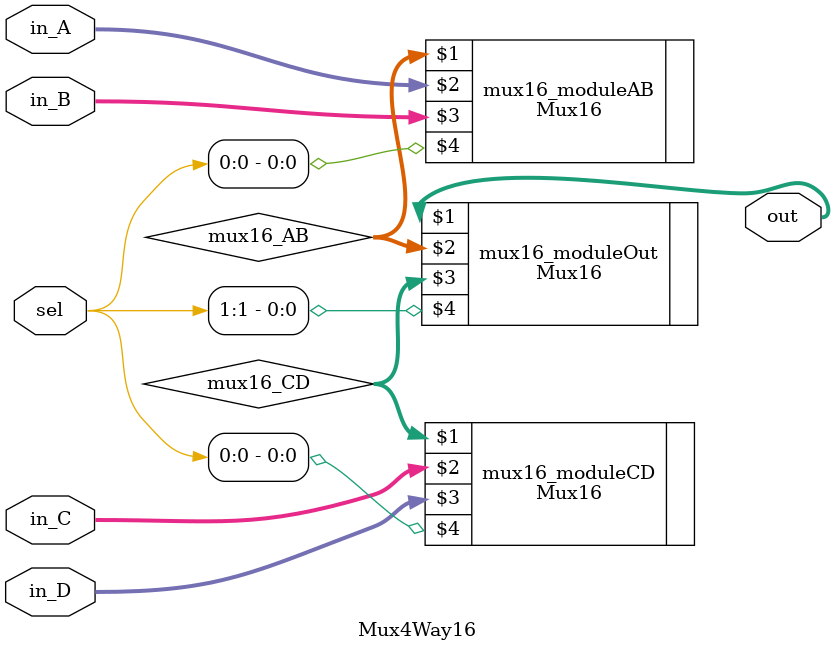
<source format=v>
/* módulo Mux4Way */

`include "Mux16.v"

`ifndef _MUX4WAY16_
`define _MUX4WAY16_

module Mux4Way16(out, in_A, in_B, in_C, in_D, sel);
    input [15:0] in_A, in_B, in_C, in_D;
    input [1:0] sel;
    wire [15:0] mux16_AB, mux16_CD;
    output [15:0] out;

    Mux16 mux16_moduleAB(mux16_AB, in_A, in_B, sel[0]);
    Mux16 mux16_moduleCD(mux16_CD, in_C, in_D, sel[0]);
    Mux16 mux16_moduleOut(out, mux16_AB, mux16_CD, sel[1]);
endmodule

`endif
</source>
